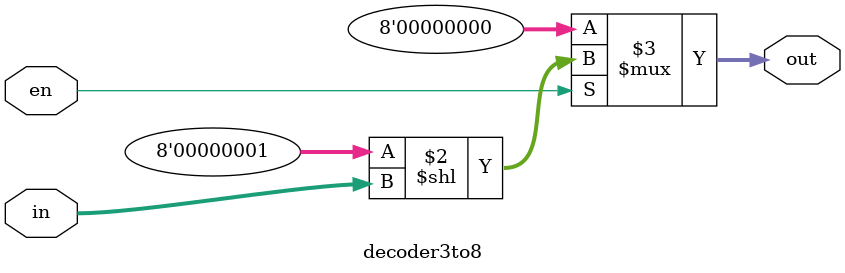
<source format=v>
module decoder3to8(
  input [2:0] in,
  input en,
  output [7:0] out
);
  assign out = (en == 1) ? (8'b00000001 << in) : 8'b00000000;

endmodule

</source>
